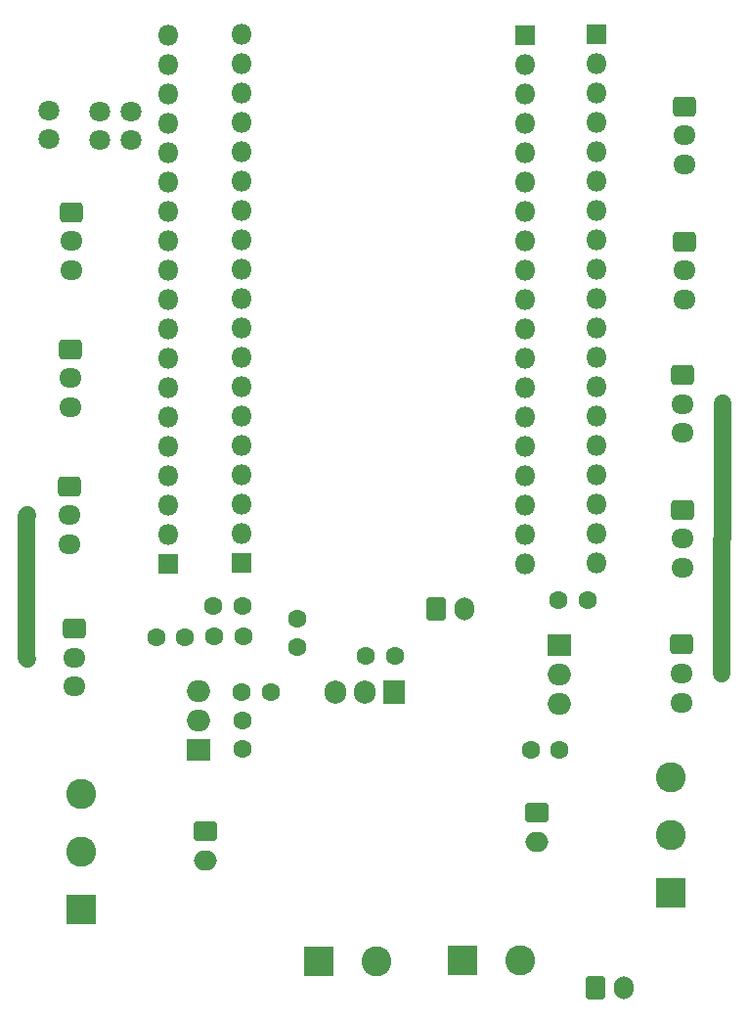
<source format=gbr>
%TF.GenerationSoftware,KiCad,Pcbnew,8.0.1*%
%TF.CreationDate,2025-03-07T04:44:00+02:00*%
%TF.ProjectId,ROBOSOCCER 3,524f424f-534f-4434-9345-5220332e6b69,rev?*%
%TF.SameCoordinates,Original*%
%TF.FileFunction,Copper,L1,Top*%
%TF.FilePolarity,Positive*%
%FSLAX46Y46*%
G04 Gerber Fmt 4.6, Leading zero omitted, Abs format (unit mm)*
G04 Created by KiCad (PCBNEW 8.0.1) date 2025-03-07 04:44:00*
%MOMM*%
%LPD*%
G01*
G04 APERTURE LIST*
G04 Aperture macros list*
%AMRoundRect*
0 Rectangle with rounded corners*
0 $1 Rounding radius*
0 $2 $3 $4 $5 $6 $7 $8 $9 X,Y pos of 4 corners*
0 Add a 4 corners polygon primitive as box body*
4,1,4,$2,$3,$4,$5,$6,$7,$8,$9,$2,$3,0*
0 Add four circle primitives for the rounded corners*
1,1,$1+$1,$2,$3*
1,1,$1+$1,$4,$5*
1,1,$1+$1,$6,$7*
1,1,$1+$1,$8,$9*
0 Add four rect primitives between the rounded corners*
20,1,$1+$1,$2,$3,$4,$5,0*
20,1,$1+$1,$4,$5,$6,$7,0*
20,1,$1+$1,$6,$7,$8,$9,0*
20,1,$1+$1,$8,$9,$2,$3,0*%
G04 Aperture macros list end*
%TA.AperFunction,ComponentPad*%
%ADD10R,2.600000X2.600000*%
%TD*%
%TA.AperFunction,ComponentPad*%
%ADD11C,2.600000*%
%TD*%
%TA.AperFunction,ComponentPad*%
%ADD12RoundRect,0.250000X-0.750000X0.600000X-0.750000X-0.600000X0.750000X-0.600000X0.750000X0.600000X0*%
%TD*%
%TA.AperFunction,ComponentPad*%
%ADD13O,2.000000X1.700000*%
%TD*%
%TA.AperFunction,ComponentPad*%
%ADD14C,1.600000*%
%TD*%
%TA.AperFunction,ComponentPad*%
%ADD15C,1.800000*%
%TD*%
%TA.AperFunction,ComponentPad*%
%ADD16RoundRect,0.250000X-0.725000X0.600000X-0.725000X-0.600000X0.725000X-0.600000X0.725000X0.600000X0*%
%TD*%
%TA.AperFunction,ComponentPad*%
%ADD17O,1.950000X1.700000*%
%TD*%
%TA.AperFunction,ComponentPad*%
%ADD18RoundRect,0.250000X-0.600000X-0.750000X0.600000X-0.750000X0.600000X0.750000X-0.600000X0.750000X0*%
%TD*%
%TA.AperFunction,ComponentPad*%
%ADD19O,1.700000X2.000000*%
%TD*%
%TA.AperFunction,ComponentPad*%
%ADD20R,1.800000X1.800000*%
%TD*%
%TA.AperFunction,ComponentPad*%
%ADD21O,1.800000X1.800000*%
%TD*%
%TA.AperFunction,ComponentPad*%
%ADD22R,1.800000X1.700000*%
%TD*%
%TA.AperFunction,ComponentPad*%
%ADD23R,2.000000X1.905000*%
%TD*%
%TA.AperFunction,ComponentPad*%
%ADD24O,2.000000X1.905000*%
%TD*%
%TA.AperFunction,ComponentPad*%
%ADD25R,1.905000X2.000000*%
%TD*%
%TA.AperFunction,ComponentPad*%
%ADD26O,1.905000X2.000000*%
%TD*%
%TA.AperFunction,ViaPad*%
%ADD27C,1.400000*%
%TD*%
%TA.AperFunction,Conductor*%
%ADD28C,1.000000*%
%TD*%
%TA.AperFunction,Conductor*%
%ADD29C,1.500000*%
%TD*%
G04 APERTURE END LIST*
D10*
%TO.P,J4,1,Pin_1*%
%TO.N,12v*%
X78565000Y-158610000D03*
D11*
%TO.P,J4,2,Pin_2*%
%TO.N,GND*%
X78565000Y-153610000D03*
%TO.P,J4,3,Pin_3*%
%TO.N,5v-d2*%
X78565000Y-148610000D03*
%TD*%
D12*
%TO.P,J21,1,Pin_1*%
%TO.N,5v-d2*%
X89340000Y-151820000D03*
D13*
%TO.P,J21,2,Pin_2*%
%TO.N,GND*%
X89340000Y-154320000D03*
%TD*%
D14*
%TO.P,C7,1*%
%TO.N,12v*%
X105720000Y-136650000D03*
%TO.P,C7,2*%
%TO.N,GND*%
X103220000Y-136650000D03*
%TD*%
D15*
%TO.P,C9,1*%
%TO.N,3.3V*%
X82930000Y-89540000D03*
%TO.P,C9,2*%
%TO.N,GND*%
X82930000Y-92040000D03*
%TD*%
D14*
%TO.P,C1,1*%
%TO.N,12v*%
X92540000Y-144720000D03*
%TO.P,C1,2*%
%TO.N,GND*%
X92540000Y-142220000D03*
%TD*%
D16*
%TO.P,J8,1,Pin_1*%
%TO.N,19*%
X130840000Y-100800000D03*
D17*
%TO.P,J8,2,Pin_2*%
%TO.N,18*%
X130840000Y-103300000D03*
%TO.P,J8,3,Pin_3*%
%TO.N,5*%
X130840000Y-105800000D03*
%TD*%
D18*
%TO.P,J16,1,Pin_1*%
%TO.N,3.3V*%
X109270000Y-132620000D03*
D19*
%TO.P,J16,2,Pin_2*%
%TO.N,GND*%
X111770000Y-132620000D03*
%TD*%
D20*
%TO.P,J14,1,Pin_1*%
%TO.N,5v-ESP*%
X86120000Y-128680000D03*
D21*
%TO.P,J14,2,Pin_2*%
%TO.N,CMD*%
X86120000Y-126140000D03*
%TO.P,J14,3,Pin_3*%
%TO.N,SD3*%
X86120000Y-123600000D03*
%TO.P,J14,4,Pin_4*%
%TO.N,SD2*%
X86120000Y-121060000D03*
%TO.P,J14,5,Pin_5*%
%TO.N,13*%
X86120000Y-118520000D03*
%TO.P,J14,6,Pin_6*%
%TO.N,GND*%
X86120000Y-115980000D03*
%TO.P,J14,7,Pin_7*%
%TO.N,12*%
X86120000Y-113440000D03*
%TO.P,J14,8,Pin_8*%
%TO.N,14*%
X86120000Y-110900000D03*
%TO.P,J14,9,Pin_9*%
%TO.N,27*%
X86120000Y-108360000D03*
%TO.P,J14,10,Pin_10*%
%TO.N,26*%
X86120000Y-105820000D03*
%TO.P,J14,11,Pin_11*%
%TO.N,25*%
X86120000Y-103280000D03*
%TO.P,J14,12,Pin_12*%
%TO.N,33*%
X86120000Y-100740000D03*
%TO.P,J14,13,Pin_13*%
%TO.N,32*%
X86120000Y-98200000D03*
%TO.P,J14,14,Pin_14*%
%TO.N,35*%
X86120000Y-95660000D03*
%TO.P,J14,15,Pin_15*%
%TO.N,34*%
X86120000Y-93120000D03*
%TO.P,J14,16,Pin_16*%
%TO.N,39*%
X86120000Y-90580000D03*
%TO.P,J14,17,Pin_17*%
%TO.N,36*%
X86120000Y-88040000D03*
%TO.P,J14,18,Pin_18*%
%TO.N,EN*%
X86120000Y-85500000D03*
%TO.P,J14,19,Pin_19*%
%TO.N,3.3V*%
X86120000Y-82960000D03*
%TD*%
D22*
%TO.P,J1,1,Pin_1*%
%TO.N,GND*%
X117040000Y-82940000D03*
D21*
%TO.P,J1,2,Pin_2*%
%TO.N,23*%
X117040000Y-85480000D03*
%TO.P,J1,3,Pin_3*%
%TO.N,22*%
X117040000Y-88020000D03*
%TO.P,J1,4,Pin_4*%
%TO.N,TX*%
X117040000Y-90560000D03*
%TO.P,J1,5,Pin_5*%
%TO.N,RX*%
X117040000Y-93100000D03*
%TO.P,J1,6,Pin_6*%
%TO.N,21*%
X117040000Y-95640000D03*
%TO.P,J1,7,Pin_7*%
%TO.N,GND*%
X117040000Y-98180000D03*
%TO.P,J1,8,Pin_8*%
%TO.N,19*%
X117040000Y-100720000D03*
%TO.P,J1,9,Pin_9*%
%TO.N,18*%
X117040000Y-103260000D03*
%TO.P,J1,10,Pin_10*%
%TO.N,5*%
X117040000Y-105800000D03*
%TO.P,J1,11,Pin_11*%
%TO.N,17*%
X117040000Y-108340000D03*
%TO.P,J1,12,Pin_12*%
%TO.N,16*%
X117040000Y-110880000D03*
%TO.P,J1,13,Pin_13*%
%TO.N,4*%
X117040000Y-113420000D03*
%TO.P,J1,14,Pin_14*%
%TO.N,0*%
X117040000Y-115960000D03*
%TO.P,J1,15,Pin_15*%
%TO.N,2*%
X117040000Y-118500000D03*
%TO.P,J1,16,Pin_16*%
%TO.N,15*%
X117040000Y-121040000D03*
%TO.P,J1,17,Pin_17*%
%TO.N,SD1*%
X117040000Y-123580000D03*
%TO.P,J1,18,Pin_18*%
%TO.N,SD0*%
X117040000Y-126120000D03*
%TO.P,J1,19,Pin_19*%
%TO.N,CLK*%
X117040000Y-128660000D03*
%TD*%
D16*
%TO.P,J6,1,Pin_1*%
%TO.N,26*%
X77660000Y-110120000D03*
D17*
%TO.P,J6,2,Pin_2*%
%TO.N,27*%
X77660000Y-112620000D03*
%TO.P,J6,3,Pin_3*%
%TO.N,14*%
X77660000Y-115120000D03*
%TD*%
D16*
%TO.P,J19,1,Pin_1*%
%TO.N,12*%
X77580000Y-121970000D03*
D17*
%TO.P,J19,2,Pin_2*%
%TO.N,5v-3 4*%
X77580000Y-124470000D03*
%TO.P,J19,3,Pin_3*%
%TO.N,GND*%
X77580000Y-126970000D03*
%TD*%
D14*
%TO.P,C2,1*%
%TO.N,5v-3 4*%
X87550000Y-135020000D03*
%TO.P,C2,2*%
%TO.N,GND*%
X85050000Y-135020000D03*
%TD*%
D16*
%TO.P,J5,1,Pin_1*%
%TO.N,32*%
X77710000Y-98280000D03*
D17*
%TO.P,J5,2,Pin_2*%
%TO.N,33*%
X77710000Y-100780000D03*
%TO.P,J5,3,Pin_3*%
%TO.N,25*%
X77710000Y-103280000D03*
%TD*%
D23*
%TO.P,U3,1,IN*%
%TO.N,12v*%
X88750000Y-144750000D03*
D24*
%TO.P,U3,2,GND*%
%TO.N,GND*%
X88750000Y-142210000D03*
%TO.P,U3,3,OUT*%
%TO.N,5v-3 4*%
X88750000Y-139670000D03*
%TD*%
D16*
%TO.P,J12,1,Pin_1*%
%TO.N,13*%
X78020000Y-134310000D03*
D17*
%TO.P,J12,2,Pin_2*%
%TO.N,5v-3 4*%
X78020000Y-136810000D03*
%TO.P,J12,3,Pin_3*%
%TO.N,GND*%
X78020000Y-139310000D03*
%TD*%
D14*
%TO.P,C12,1*%
%TO.N,5v-ESP*%
X92590000Y-134990000D03*
%TO.P,C12,2*%
%TO.N,GND*%
X90090000Y-134990000D03*
%TD*%
%TO.P,C13,1*%
%TO.N,5v-ESP*%
X92540000Y-132340000D03*
%TO.P,C13,2*%
%TO.N,GND*%
X90040000Y-132340000D03*
%TD*%
D25*
%TO.P,U2,1,IN*%
%TO.N,12v*%
X105680000Y-139800000D03*
D26*
%TO.P,U2,2,GND*%
%TO.N,GND*%
X103140000Y-139800000D03*
%TO.P,U2,3,OUT*%
%TO.N,5v-ESP*%
X100600000Y-139800000D03*
%TD*%
D23*
%TO.P,U1,1,IN*%
%TO.N,12v*%
X119990000Y-135740000D03*
D24*
%TO.P,U1,2,GND*%
%TO.N,GND*%
X119990000Y-138280000D03*
%TO.P,U1,3,OUT*%
%TO.N,5v-1 2 5*%
X119990000Y-140820000D03*
%TD*%
D14*
%TO.P,C5,1*%
%TO.N,12v*%
X119890000Y-131830000D03*
%TO.P,C5,2*%
%TO.N,GND*%
X122390000Y-131830000D03*
%TD*%
%TO.P,C6,1*%
%TO.N,5v-1 2 5*%
X119990000Y-144800000D03*
%TO.P,C6,2*%
%TO.N,GND*%
X117490000Y-144800000D03*
%TD*%
D16*
%TO.P,J10,1,Pin_1*%
%TO.N,16*%
X130650000Y-124010000D03*
D17*
%TO.P,J10,2,Pin_2*%
%TO.N,5v-1 2 5*%
X130650000Y-126510000D03*
%TO.P,J10,3,Pin_3*%
%TO.N,GND*%
X130650000Y-129010000D03*
%TD*%
D12*
%TO.P,J15,1,Pin_1*%
%TO.N,5v-d1*%
X118050000Y-150190000D03*
D13*
%TO.P,J15,2,Pin_2*%
%TO.N,GND*%
X118050000Y-152690000D03*
%TD*%
D14*
%TO.P,C11,1*%
%TO.N,5v-ESP*%
X97310000Y-133410000D03*
%TO.P,C11,2*%
%TO.N,GND*%
X97310000Y-135910000D03*
%TD*%
D15*
%TO.P,C4,1*%
%TO.N,3.3V*%
X80200000Y-89530000D03*
%TO.P,C4,2*%
%TO.N,GND*%
X80200000Y-92030000D03*
%TD*%
D20*
%TO.P,J13,1,Pin_1*%
%TO.N,GND*%
X123220000Y-82900000D03*
D21*
%TO.P,J13,2,Pin_2*%
%TO.N,23*%
X123220000Y-85440000D03*
%TO.P,J13,3,Pin_3*%
%TO.N,22*%
X123220000Y-87980000D03*
%TO.P,J13,4,Pin_4*%
%TO.N,TX*%
X123220000Y-90520000D03*
%TO.P,J13,5,Pin_5*%
%TO.N,RX*%
X123220000Y-93060000D03*
%TO.P,J13,6,Pin_6*%
%TO.N,21*%
X123220000Y-95600000D03*
%TO.P,J13,7,Pin_7*%
%TO.N,GND*%
X123220000Y-98140000D03*
%TO.P,J13,8,Pin_8*%
%TO.N,19*%
X123220000Y-100680000D03*
%TO.P,J13,9,Pin_9*%
%TO.N,18*%
X123220000Y-103220000D03*
%TO.P,J13,10,Pin_10*%
%TO.N,5*%
X123220000Y-105760000D03*
%TO.P,J13,11,Pin_11*%
%TO.N,17*%
X123220000Y-108300000D03*
%TO.P,J13,12,Pin_12*%
%TO.N,16*%
X123220000Y-110840000D03*
%TO.P,J13,13,Pin_13*%
%TO.N,4*%
X123220000Y-113380000D03*
%TO.P,J13,14,Pin_14*%
%TO.N,0*%
X123220000Y-115920000D03*
%TO.P,J13,15,Pin_15*%
%TO.N,2*%
X123220000Y-118460000D03*
%TO.P,J13,16,Pin_16*%
%TO.N,15*%
X123220000Y-121000000D03*
%TO.P,J13,17,Pin_17*%
%TO.N,SD1*%
X123220000Y-123540000D03*
%TO.P,J13,18,Pin_18*%
%TO.N,SD0*%
X123220000Y-126080000D03*
%TO.P,J13,19,Pin_19*%
%TO.N,CLK*%
X123220000Y-128620000D03*
%TD*%
D16*
%TO.P,J9,1,Pin_1*%
%TO.N,23*%
X130810000Y-89130000D03*
D17*
%TO.P,J9,2,Pin_2*%
%TO.N,22*%
X130810000Y-91630000D03*
%TO.P,J9,3,Pin_3*%
%TO.N,21*%
X130810000Y-94130000D03*
%TD*%
D14*
%TO.P,C8,1*%
%TO.N,5v-ESP*%
X94960000Y-139770000D03*
%TO.P,C8,2*%
%TO.N,GND*%
X92460000Y-139770000D03*
%TD*%
D16*
%TO.P,J20,1,Pin_1*%
%TO.N,17*%
X130650000Y-112360000D03*
D17*
%TO.P,J20,2,Pin_2*%
%TO.N,5v-1 2 5*%
X130650000Y-114860000D03*
%TO.P,J20,3,Pin_3*%
%TO.N,GND*%
X130650000Y-117360000D03*
%TD*%
D10*
%TO.P,J3,1,Pin_1*%
%TO.N,12v*%
X111580000Y-163015000D03*
D11*
%TO.P,J3,2,Pin_2*%
%TO.N,GND*%
X116580000Y-163015000D03*
%TD*%
D10*
%TO.P,J7,1,Pin_1*%
%TO.N,12v*%
X129615000Y-157120000D03*
D11*
%TO.P,J7,2,Pin_2*%
%TO.N,GND*%
X129615000Y-152120000D03*
%TO.P,J7,3,Pin_3*%
%TO.N,5v-d1*%
X129615000Y-147120000D03*
%TD*%
D10*
%TO.P,J18,1,Pin_1*%
%TO.N,12v*%
X99110000Y-163055000D03*
D11*
%TO.P,J18,2,Pin_2*%
%TO.N,GND*%
X104110000Y-163055000D03*
%TD*%
D20*
%TO.P,J2,1,Pin_1*%
%TO.N,5v-ESP*%
X92450000Y-128630000D03*
D21*
%TO.P,J2,2,Pin_2*%
%TO.N,CMD*%
X92450000Y-126090000D03*
%TO.P,J2,3,Pin_3*%
%TO.N,SD3*%
X92450000Y-123550000D03*
%TO.P,J2,4,Pin_4*%
%TO.N,SD2*%
X92450000Y-121010000D03*
%TO.P,J2,5,Pin_5*%
%TO.N,13*%
X92450000Y-118470000D03*
%TO.P,J2,6,Pin_6*%
%TO.N,GND*%
X92450000Y-115930000D03*
%TO.P,J2,7,Pin_7*%
%TO.N,12*%
X92450000Y-113390000D03*
%TO.P,J2,8,Pin_8*%
%TO.N,14*%
X92450000Y-110850000D03*
%TO.P,J2,9,Pin_9*%
%TO.N,27*%
X92450000Y-108310000D03*
%TO.P,J2,10,Pin_10*%
%TO.N,26*%
X92450000Y-105770000D03*
%TO.P,J2,11,Pin_11*%
%TO.N,25*%
X92450000Y-103230000D03*
%TO.P,J2,12,Pin_12*%
%TO.N,33*%
X92450000Y-100690000D03*
%TO.P,J2,13,Pin_13*%
%TO.N,32*%
X92450000Y-98150000D03*
%TO.P,J2,14,Pin_14*%
%TO.N,35*%
X92450000Y-95610000D03*
%TO.P,J2,15,Pin_15*%
%TO.N,34*%
X92450000Y-93070000D03*
%TO.P,J2,16,Pin_16*%
%TO.N,39*%
X92450000Y-90530000D03*
%TO.P,J2,17,Pin_17*%
%TO.N,36*%
X92450000Y-87990000D03*
%TO.P,J2,18,Pin_18*%
%TO.N,EN*%
X92450000Y-85450000D03*
%TO.P,J2,19,Pin_19*%
%TO.N,3.3V*%
X92450000Y-82910000D03*
%TD*%
D18*
%TO.P,J17,1,Pin_1*%
%TO.N,12v*%
X123080000Y-165370000D03*
D19*
%TO.P,J17,2,Pin_2*%
%TO.N,GND*%
X125580000Y-165370000D03*
%TD*%
D16*
%TO.P,J11,1,Pin_1*%
%TO.N,4*%
X130600000Y-135670000D03*
D17*
%TO.P,J11,2,Pin_2*%
%TO.N,5v-1 2 5*%
X130600000Y-138170000D03*
%TO.P,J11,3,Pin_3*%
%TO.N,GND*%
X130600000Y-140670000D03*
%TD*%
D15*
%TO.P,C10,1*%
%TO.N,3.3V*%
X75750000Y-89470000D03*
%TO.P,C10,2*%
%TO.N,GND*%
X75750000Y-91970000D03*
%TD*%
D27*
%TO.N,5v-3 4*%
X73880000Y-136860000D03*
X73880000Y-124500000D03*
%TO.N,5v-1 2 5*%
X134070000Y-138170000D03*
X134070000Y-138170000D03*
X134090000Y-114820000D03*
X134060000Y-126530000D03*
%TD*%
D28*
%TO.N,GND*%
X92130000Y-115980000D02*
X92160000Y-115950000D01*
%TO.N,14*%
X92130000Y-110900000D02*
X92160000Y-110870000D01*
%TO.N,SD2*%
X92130000Y-121060000D02*
X92160000Y-121030000D01*
%TO.N,CMD*%
X92130000Y-126140000D02*
X92160000Y-126110000D01*
%TO.N,13*%
X92130000Y-118520000D02*
X92160000Y-118490000D01*
%TO.N,27*%
X92130000Y-108360000D02*
X92160000Y-108330000D01*
%TO.N,12*%
X92130000Y-113440000D02*
X92160000Y-113410000D01*
%TO.N,SD3*%
X92130000Y-123600000D02*
X92160000Y-123570000D01*
%TO.N,5v-ESP*%
X92130000Y-128680000D02*
X92160000Y-128650000D01*
D29*
%TO.N,5v-3 4*%
X73910000Y-124470000D02*
X73880000Y-124500000D01*
X73840000Y-124540000D02*
X73840000Y-136820000D01*
X77970000Y-136860000D02*
X78020000Y-136810000D01*
X73880000Y-124500000D02*
X73840000Y-124540000D01*
X73840000Y-136820000D02*
X73880000Y-136860000D01*
%TO.N,5v-1 2 5*%
X134060000Y-126530000D02*
X134060000Y-138160000D01*
X134090000Y-114820000D02*
X134090000Y-126500000D01*
X134090000Y-126500000D02*
X134060000Y-126530000D01*
X134060000Y-138160000D02*
X134070000Y-138170000D01*
D28*
X134140000Y-137920000D02*
X134070000Y-137990000D01*
X134070000Y-137990000D02*
X134070000Y-138170000D01*
%TD*%
M02*

</source>
